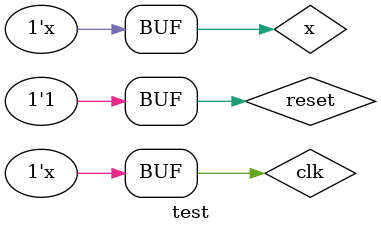
<source format=v>
/*                                 *
 * test_bcd2.v                     *
 * 2桁のBCDカウンタのテストベンチ      *
 *                                 */
 
`timescale 1ns / 1ns    // シミュレーションの単位時間 / 精度
                                                // 1ns = 1/1000000000 sec
`include "bcd2.v"   // bcd2.v の読み込み
 
module test ;
  /*** bcd2 の入力値格納用のレジスタ ****/
  reg reset, clk, x;

  /*** bcd2 の出力観測用の信号線 ****/
  wire [7:0] bcd2_out;

  /*** bcd2 の実体化 ***/
  bcd2 bcd2(clk, reset, x, bcd2_out);
 
  always begin
    #5      clk = ~clk;
  end
 
  always begin
    #15     x = ~x;
  end
 
  initial begin
    reset = 1; clk = 0; x = 0;

    // 20 単位時間(20 ns)後
    #20 reset = 0;

    // 更に 20 単位時間(20 ns)後
    #20 reset = 1;

  end
 
endmodule // test

</source>
